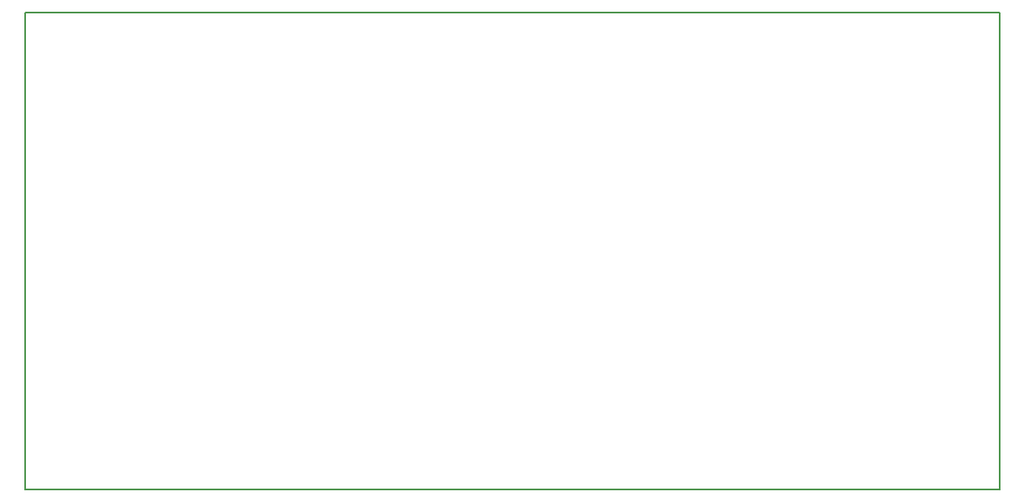
<source format=gm1>
G04 #@! TF.FileFunction,Profile,NP*
%FSLAX46Y46*%
G04 Gerber Fmt 4.6, Leading zero omitted, Abs format (unit mm)*
G04 Created by KiCad (PCBNEW (2015-12-10 BZR 6367)-product) date Sun 25 Sep 2016 00:52:49 BST*
%MOMM*%
G01*
G04 APERTURE LIST*
%ADD10C,0.100000*%
%ADD11C,0.150000*%
G04 APERTURE END LIST*
D10*
D11*
X40640000Y-88900000D02*
X40640000Y-40640000D01*
X139065000Y-88900000D02*
X40640000Y-88900000D01*
X139065000Y-40640000D02*
X139065000Y-88900000D01*
X40640000Y-40640000D02*
X139065000Y-40640000D01*
M02*

</source>
